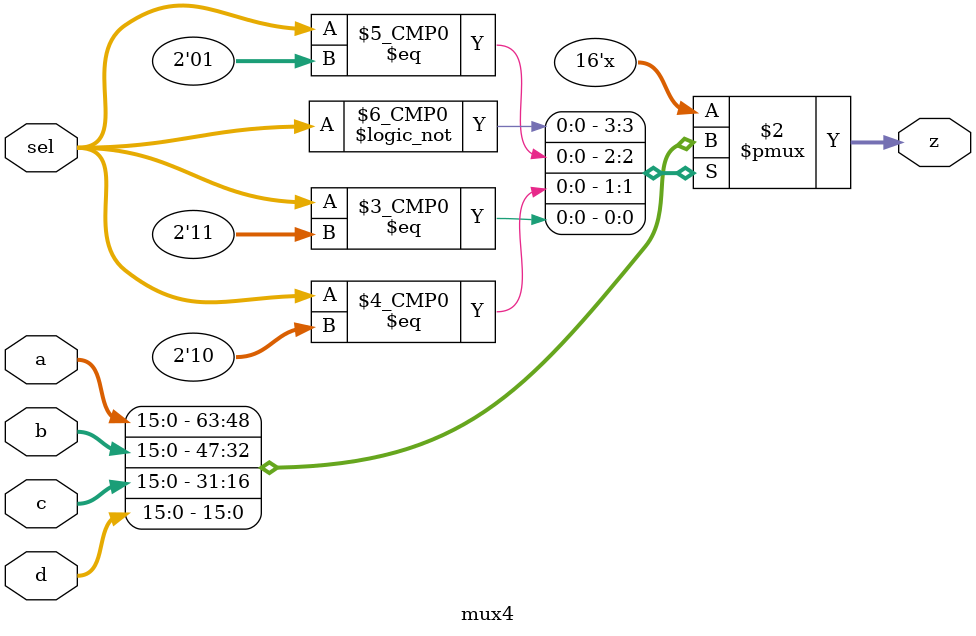
<source format=sv>
module mux4 #(parameter width = 16)
(
	input [1:0] sel,
	input [width-1:0] a, b, c, d,
	output logic [width-1:0] z
);

always_comb
begin
	unique case(sel)
		2'b00: z = a;
		2'b01: z = b;
		2'b10: z = c;
		2'b11: z = d;
	endcase
end

endmodule : mux4

</source>
